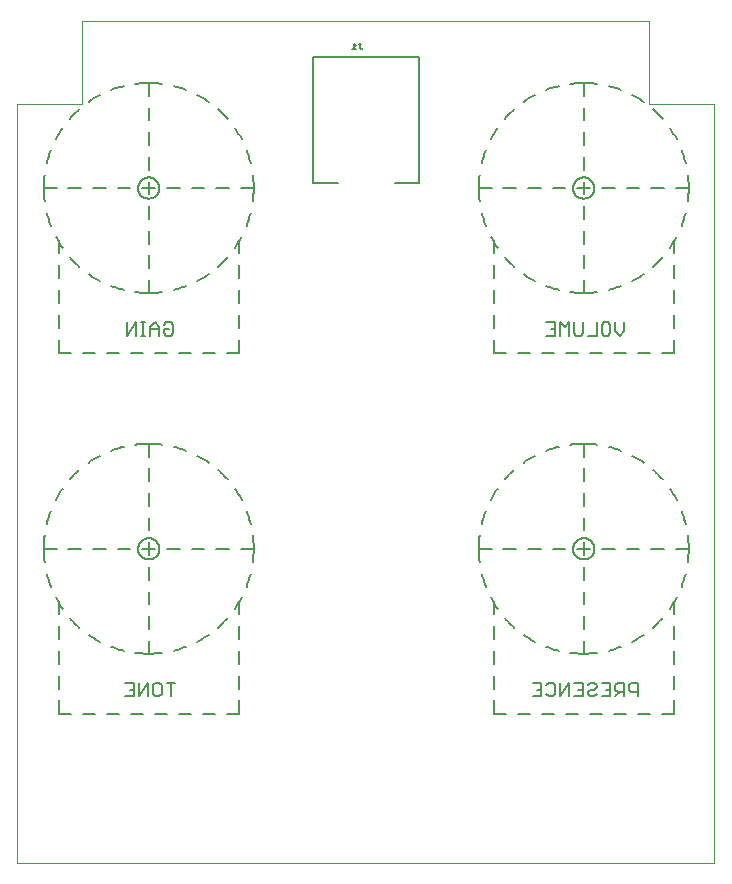
<source format=gbo>
G75*
%MOIN*%
%OFA0B0*%
%FSLAX25Y25*%
%IPPOS*%
%LPD*%
%AMOC8*
5,1,8,0,0,1.08239X$1,22.5*
%
%ADD10C,0.00500*%
%ADD11C,0.00600*%
%ADD12C,0.00800*%
%ADD13C,0.00000*%
D10*
X0019100Y0055413D02*
X0023155Y0055413D01*
X0027092Y0055413D02*
X0031147Y0055413D01*
X0035084Y0055413D02*
X0039139Y0055413D01*
X0043076Y0055413D02*
X0047131Y0055413D01*
X0051069Y0055413D02*
X0055124Y0055413D01*
X0059061Y0055413D02*
X0063116Y0055413D01*
X0067053Y0055413D02*
X0071108Y0055413D01*
X0075045Y0055413D02*
X0079100Y0055413D01*
X0079100Y0059751D01*
X0079100Y0063688D02*
X0079100Y0068026D01*
X0079100Y0071963D02*
X0079100Y0076300D01*
X0079100Y0080237D02*
X0079100Y0084575D01*
X0079100Y0088512D02*
X0079100Y0092850D01*
X0079822Y0110350D02*
X0084100Y0110350D01*
X0075885Y0110350D02*
X0071607Y0110350D01*
X0067670Y0110350D02*
X0063391Y0110350D01*
X0059454Y0110350D02*
X0055176Y0110350D01*
X0051239Y0110350D02*
X0046961Y0110350D01*
X0015107Y0118685D02*
X0015293Y0119408D01*
X0015493Y0120127D01*
X0015710Y0120842D01*
X0015941Y0121552D01*
X0016187Y0122257D01*
X0016449Y0122956D01*
X0018378Y0110350D02*
X0014100Y0110350D01*
X0022315Y0110350D02*
X0026593Y0110350D01*
X0030530Y0110350D02*
X0034809Y0110350D01*
X0038746Y0110350D02*
X0043024Y0110350D01*
X0022819Y0133465D02*
X0023318Y0134021D01*
X0023829Y0134565D01*
X0024351Y0135099D01*
X0024885Y0135621D01*
X0025429Y0136132D01*
X0025985Y0136631D01*
X0049100Y0137135D02*
X0049100Y0132857D01*
X0049100Y0128920D02*
X0049100Y0124641D01*
X0049100Y0120704D02*
X0049100Y0116426D01*
X0049100Y0112489D02*
X0049100Y0108211D01*
X0040764Y0076357D02*
X0040041Y0076543D01*
X0039322Y0076744D01*
X0038608Y0076960D01*
X0037898Y0077191D01*
X0037193Y0077438D01*
X0036494Y0077699D01*
X0049100Y0079628D02*
X0049100Y0075350D01*
X0049100Y0083565D02*
X0049100Y0087843D01*
X0049100Y0091780D02*
X0049100Y0096059D01*
X0049100Y0099996D02*
X0049100Y0104274D01*
X0057436Y0076357D02*
X0058159Y0076543D01*
X0058878Y0076744D01*
X0059592Y0076960D01*
X0060302Y0077191D01*
X0061007Y0077438D01*
X0061706Y0077699D01*
X0020391Y0090331D02*
X0019970Y0090948D01*
X0019563Y0091573D01*
X0019169Y0092207D01*
X0018789Y0092850D01*
X0018423Y0093500D01*
X0018070Y0094159D01*
X0019100Y0092850D02*
X0019100Y0088512D01*
X0019100Y0084575D02*
X0019100Y0080237D01*
X0019100Y0076300D02*
X0019100Y0071963D01*
X0019100Y0068026D02*
X0019100Y0063688D01*
X0019100Y0059751D02*
X0019100Y0055413D01*
X0077809Y0090331D02*
X0078230Y0090948D01*
X0078637Y0091573D01*
X0079031Y0092207D01*
X0079411Y0092850D01*
X0079777Y0093500D01*
X0080130Y0094159D01*
X0083093Y0118685D02*
X0082907Y0119408D01*
X0082707Y0120127D01*
X0082490Y0120842D01*
X0082259Y0121552D01*
X0082013Y0122257D01*
X0081751Y0122956D01*
X0075381Y0133465D02*
X0074882Y0134021D01*
X0074371Y0134565D01*
X0073849Y0135099D01*
X0073315Y0135621D01*
X0072771Y0136132D01*
X0072215Y0136631D01*
X0049100Y0141072D02*
X0049100Y0145350D01*
X0047131Y0175663D02*
X0043076Y0175663D01*
X0039139Y0175663D02*
X0035084Y0175663D01*
X0031147Y0175663D02*
X0027092Y0175663D01*
X0023155Y0175663D02*
X0019100Y0175663D01*
X0019100Y0180001D01*
X0019100Y0183938D02*
X0019100Y0188276D01*
X0019100Y0192213D02*
X0019100Y0196550D01*
X0019100Y0200487D02*
X0019100Y0204825D01*
X0019100Y0208762D02*
X0019100Y0213100D01*
X0018378Y0230600D02*
X0014100Y0230600D01*
X0022315Y0230600D02*
X0026593Y0230600D01*
X0030530Y0230600D02*
X0034809Y0230600D01*
X0038746Y0230600D02*
X0043024Y0230600D01*
X0046961Y0230600D02*
X0051239Y0230600D01*
X0083093Y0238935D02*
X0082907Y0239658D01*
X0082707Y0240377D01*
X0082490Y0241092D01*
X0082259Y0241802D01*
X0082013Y0242507D01*
X0081751Y0243206D01*
X0079822Y0230600D02*
X0084100Y0230600D01*
X0075885Y0230600D02*
X0071607Y0230600D01*
X0067670Y0230600D02*
X0063391Y0230600D01*
X0059454Y0230600D02*
X0055176Y0230600D01*
X0075381Y0253715D02*
X0074882Y0254271D01*
X0074371Y0254815D01*
X0073849Y0255349D01*
X0073315Y0255871D01*
X0072771Y0256382D01*
X0072215Y0256881D01*
X0049100Y0257385D02*
X0049100Y0253107D01*
X0049100Y0249170D02*
X0049100Y0244891D01*
X0049100Y0240954D02*
X0049100Y0236676D01*
X0049100Y0232739D02*
X0049100Y0228461D01*
X0040764Y0196607D02*
X0040041Y0196793D01*
X0039322Y0196994D01*
X0038608Y0197210D01*
X0037898Y0197441D01*
X0037193Y0197688D01*
X0036494Y0197949D01*
X0049100Y0199878D02*
X0049100Y0195600D01*
X0049100Y0203815D02*
X0049100Y0208093D01*
X0049100Y0212030D02*
X0049100Y0216309D01*
X0049100Y0220246D02*
X0049100Y0224524D01*
X0057436Y0196607D02*
X0058159Y0196793D01*
X0058878Y0196994D01*
X0059592Y0197210D01*
X0060302Y0197441D01*
X0061007Y0197688D01*
X0061706Y0197949D01*
X0079100Y0196550D02*
X0079100Y0192213D01*
X0079100Y0188276D02*
X0079100Y0183938D01*
X0079100Y0180001D02*
X0079100Y0175663D01*
X0075045Y0175663D01*
X0071108Y0175663D02*
X0067053Y0175663D01*
X0063116Y0175663D02*
X0059061Y0175663D01*
X0055124Y0175663D02*
X0051069Y0175663D01*
X0079100Y0200487D02*
X0079100Y0204825D01*
X0079100Y0208762D02*
X0079100Y0213100D01*
X0080130Y0246791D02*
X0079777Y0247449D01*
X0079411Y0248100D01*
X0079031Y0248742D01*
X0078637Y0249377D01*
X0078230Y0250002D01*
X0077809Y0250619D01*
X0049100Y0261322D02*
X0049100Y0265600D01*
X0057435Y0264593D02*
X0058158Y0264407D01*
X0058877Y0264207D01*
X0059592Y0263990D01*
X0060302Y0263759D01*
X0061007Y0263513D01*
X0061706Y0263251D01*
X0083814Y0235067D02*
X0083901Y0234325D01*
X0083973Y0233582D01*
X0084028Y0232838D01*
X0084068Y0232092D01*
X0084092Y0231346D01*
X0084100Y0230600D01*
X0053567Y0265314D02*
X0052825Y0265401D01*
X0052082Y0265473D01*
X0051338Y0265528D01*
X0050592Y0265568D01*
X0049846Y0265592D01*
X0049100Y0265600D01*
X0040765Y0264593D02*
X0040042Y0264407D01*
X0039323Y0264207D01*
X0038608Y0263990D01*
X0037898Y0263759D01*
X0037193Y0263513D01*
X0036494Y0263251D01*
X0025985Y0256881D02*
X0025429Y0256382D01*
X0024885Y0255871D01*
X0024351Y0255349D01*
X0023829Y0254815D01*
X0023318Y0254271D01*
X0022819Y0253715D01*
X0016449Y0243206D02*
X0016187Y0242507D01*
X0015941Y0241802D01*
X0015710Y0241092D01*
X0015493Y0240377D01*
X0015293Y0239658D01*
X0015107Y0238935D01*
X0044633Y0265314D02*
X0045375Y0265401D01*
X0046118Y0265473D01*
X0046862Y0265528D01*
X0047608Y0265568D01*
X0048354Y0265592D01*
X0049100Y0265600D01*
X0065291Y0261630D02*
X0065949Y0261277D01*
X0066600Y0260911D01*
X0067242Y0260531D01*
X0067877Y0260137D01*
X0068502Y0259730D01*
X0069119Y0259309D01*
X0032909Y0261630D02*
X0032251Y0261277D01*
X0031600Y0260911D01*
X0030958Y0260531D01*
X0030323Y0260137D01*
X0029698Y0259730D01*
X0029081Y0259309D01*
X0014386Y0235067D02*
X0014299Y0234325D01*
X0014227Y0233582D01*
X0014172Y0232838D01*
X0014132Y0232092D01*
X0014108Y0231346D01*
X0014100Y0230600D01*
X0018070Y0246791D02*
X0018423Y0247449D01*
X0018789Y0248100D01*
X0019169Y0248742D01*
X0019563Y0249377D01*
X0019970Y0250002D01*
X0020391Y0250619D01*
X0015107Y0222264D02*
X0015293Y0221541D01*
X0015494Y0220822D01*
X0015710Y0220108D01*
X0015941Y0219398D01*
X0016188Y0218693D01*
X0016449Y0217994D01*
X0077809Y0210581D02*
X0078230Y0211198D01*
X0078637Y0211823D01*
X0079031Y0212457D01*
X0079411Y0213100D01*
X0079777Y0213750D01*
X0080130Y0214409D01*
X0020391Y0210581D02*
X0019970Y0211198D01*
X0019563Y0211823D01*
X0019169Y0212457D01*
X0018789Y0213100D01*
X0018423Y0213750D01*
X0018070Y0214409D01*
X0049100Y0195600D02*
X0049847Y0195608D01*
X0050593Y0195632D01*
X0051338Y0195672D01*
X0052083Y0195727D01*
X0052826Y0195799D01*
X0053567Y0195886D01*
X0025985Y0204319D02*
X0025429Y0204818D01*
X0024885Y0205329D01*
X0024351Y0205851D01*
X0023829Y0206385D01*
X0023318Y0206929D01*
X0022819Y0207485D01*
X0072215Y0204319D02*
X0072771Y0204818D01*
X0073315Y0205329D01*
X0073849Y0205851D01*
X0074371Y0206385D01*
X0074882Y0206929D01*
X0075381Y0207485D01*
X0049100Y0195600D02*
X0048353Y0195608D01*
X0047607Y0195632D01*
X0046862Y0195672D01*
X0046117Y0195727D01*
X0045374Y0195799D01*
X0044633Y0195886D01*
X0045565Y0230600D02*
X0045567Y0230719D01*
X0045573Y0230837D01*
X0045583Y0230956D01*
X0045597Y0231074D01*
X0045615Y0231191D01*
X0045637Y0231308D01*
X0045662Y0231424D01*
X0045692Y0231539D01*
X0045725Y0231653D01*
X0045763Y0231766D01*
X0045804Y0231877D01*
X0045848Y0231987D01*
X0045897Y0232095D01*
X0045949Y0232202D01*
X0046005Y0232307D01*
X0046064Y0232410D01*
X0046126Y0232511D01*
X0046192Y0232610D01*
X0046261Y0232707D01*
X0046334Y0232801D01*
X0046409Y0232892D01*
X0046488Y0232982D01*
X0046569Y0233068D01*
X0046653Y0233152D01*
X0046741Y0233232D01*
X0046830Y0233310D01*
X0046923Y0233385D01*
X0047017Y0233456D01*
X0047115Y0233525D01*
X0047214Y0233590D01*
X0047315Y0233651D01*
X0047419Y0233710D01*
X0047524Y0233764D01*
X0047632Y0233816D01*
X0047740Y0233863D01*
X0047851Y0233907D01*
X0047963Y0233947D01*
X0048076Y0233983D01*
X0048190Y0234016D01*
X0048305Y0234044D01*
X0048421Y0234069D01*
X0048538Y0234090D01*
X0048656Y0234107D01*
X0048774Y0234120D01*
X0048892Y0234129D01*
X0049011Y0234134D01*
X0049130Y0234135D01*
X0049248Y0234132D01*
X0049367Y0234125D01*
X0049485Y0234114D01*
X0049603Y0234099D01*
X0049720Y0234080D01*
X0049837Y0234057D01*
X0049953Y0234031D01*
X0050067Y0234000D01*
X0050181Y0233966D01*
X0050294Y0233927D01*
X0050405Y0233885D01*
X0050514Y0233840D01*
X0050622Y0233790D01*
X0050729Y0233737D01*
X0050833Y0233681D01*
X0050936Y0233621D01*
X0051036Y0233558D01*
X0051134Y0233491D01*
X0051230Y0233421D01*
X0051324Y0233348D01*
X0051415Y0233272D01*
X0051503Y0233192D01*
X0051589Y0233110D01*
X0051672Y0233025D01*
X0051752Y0232937D01*
X0051829Y0232847D01*
X0051903Y0232754D01*
X0051974Y0232659D01*
X0052041Y0232561D01*
X0052106Y0232461D01*
X0052166Y0232359D01*
X0052224Y0232255D01*
X0052278Y0232149D01*
X0052328Y0232041D01*
X0052374Y0231932D01*
X0052417Y0231821D01*
X0052456Y0231709D01*
X0052492Y0231596D01*
X0052523Y0231481D01*
X0052551Y0231366D01*
X0052575Y0231250D01*
X0052595Y0231132D01*
X0052611Y0231015D01*
X0052623Y0230897D01*
X0052631Y0230778D01*
X0052635Y0230659D01*
X0052635Y0230541D01*
X0052631Y0230422D01*
X0052623Y0230303D01*
X0052611Y0230185D01*
X0052595Y0230068D01*
X0052575Y0229950D01*
X0052551Y0229834D01*
X0052523Y0229719D01*
X0052492Y0229604D01*
X0052456Y0229491D01*
X0052417Y0229379D01*
X0052374Y0229268D01*
X0052328Y0229159D01*
X0052278Y0229051D01*
X0052224Y0228945D01*
X0052166Y0228841D01*
X0052106Y0228739D01*
X0052041Y0228639D01*
X0051974Y0228541D01*
X0051903Y0228446D01*
X0051829Y0228353D01*
X0051752Y0228263D01*
X0051672Y0228175D01*
X0051589Y0228090D01*
X0051503Y0228008D01*
X0051415Y0227928D01*
X0051324Y0227852D01*
X0051230Y0227779D01*
X0051134Y0227709D01*
X0051036Y0227642D01*
X0050936Y0227579D01*
X0050833Y0227519D01*
X0050729Y0227463D01*
X0050622Y0227410D01*
X0050514Y0227360D01*
X0050405Y0227315D01*
X0050294Y0227273D01*
X0050181Y0227234D01*
X0050067Y0227200D01*
X0049953Y0227169D01*
X0049837Y0227143D01*
X0049720Y0227120D01*
X0049603Y0227101D01*
X0049485Y0227086D01*
X0049367Y0227075D01*
X0049248Y0227068D01*
X0049130Y0227065D01*
X0049011Y0227066D01*
X0048892Y0227071D01*
X0048774Y0227080D01*
X0048656Y0227093D01*
X0048538Y0227110D01*
X0048421Y0227131D01*
X0048305Y0227156D01*
X0048190Y0227184D01*
X0048076Y0227217D01*
X0047963Y0227253D01*
X0047851Y0227293D01*
X0047740Y0227337D01*
X0047632Y0227384D01*
X0047524Y0227436D01*
X0047419Y0227490D01*
X0047315Y0227549D01*
X0047214Y0227610D01*
X0047115Y0227675D01*
X0047017Y0227744D01*
X0046923Y0227815D01*
X0046830Y0227890D01*
X0046741Y0227968D01*
X0046653Y0228048D01*
X0046569Y0228132D01*
X0046488Y0228218D01*
X0046409Y0228308D01*
X0046334Y0228399D01*
X0046261Y0228493D01*
X0046192Y0228590D01*
X0046126Y0228689D01*
X0046064Y0228790D01*
X0046005Y0228893D01*
X0045949Y0228998D01*
X0045897Y0229105D01*
X0045848Y0229213D01*
X0045804Y0229323D01*
X0045763Y0229434D01*
X0045725Y0229547D01*
X0045692Y0229661D01*
X0045662Y0229776D01*
X0045637Y0229892D01*
X0045615Y0230009D01*
X0045597Y0230126D01*
X0045583Y0230244D01*
X0045573Y0230363D01*
X0045567Y0230481D01*
X0045565Y0230600D01*
X0083814Y0226133D02*
X0083901Y0226874D01*
X0083973Y0227617D01*
X0084028Y0228362D01*
X0084068Y0229107D01*
X0084092Y0229853D01*
X0084100Y0230600D01*
X0014386Y0226133D02*
X0014299Y0226874D01*
X0014227Y0227617D01*
X0014172Y0228362D01*
X0014132Y0229107D01*
X0014108Y0229853D01*
X0014100Y0230600D01*
X0065291Y0199570D02*
X0065950Y0199923D01*
X0066600Y0200289D01*
X0067243Y0200669D01*
X0067877Y0201063D01*
X0068502Y0201470D01*
X0069119Y0201891D01*
X0032909Y0199570D02*
X0032250Y0199923D01*
X0031600Y0200289D01*
X0030957Y0200669D01*
X0030323Y0201063D01*
X0029698Y0201470D01*
X0029081Y0201891D01*
X0081751Y0217994D02*
X0082012Y0218693D01*
X0082259Y0219398D01*
X0082490Y0220108D01*
X0082706Y0220822D01*
X0082907Y0221541D01*
X0083093Y0222264D01*
X0116892Y0276775D02*
X0118160Y0276775D01*
X0117526Y0276775D02*
X0117526Y0278677D01*
X0118160Y0278043D01*
X0119102Y0278677D02*
X0119736Y0278677D01*
X0119419Y0278677D02*
X0119419Y0277092D01*
X0119736Y0276775D01*
X0120053Y0276775D01*
X0120370Y0277092D01*
X0159100Y0230600D02*
X0163378Y0230600D01*
X0167315Y0230600D02*
X0171593Y0230600D01*
X0175530Y0230600D02*
X0179809Y0230600D01*
X0183746Y0230600D02*
X0188024Y0230600D01*
X0191961Y0230600D02*
X0196239Y0230600D01*
X0228093Y0238935D02*
X0227907Y0239658D01*
X0227707Y0240377D01*
X0227490Y0241092D01*
X0227259Y0241802D01*
X0227013Y0242507D01*
X0226751Y0243206D01*
X0224822Y0230600D02*
X0229100Y0230600D01*
X0220885Y0230600D02*
X0216607Y0230600D01*
X0212670Y0230600D02*
X0208391Y0230600D01*
X0204454Y0230600D02*
X0200176Y0230600D01*
X0220381Y0253715D02*
X0219882Y0254271D01*
X0219371Y0254815D01*
X0218849Y0255349D01*
X0218315Y0255871D01*
X0217771Y0256382D01*
X0217215Y0256881D01*
X0194100Y0257385D02*
X0194100Y0253107D01*
X0194100Y0249170D02*
X0194100Y0244891D01*
X0194100Y0240954D02*
X0194100Y0236676D01*
X0194100Y0232739D02*
X0194100Y0228461D01*
X0185764Y0196607D02*
X0185041Y0196793D01*
X0184322Y0196994D01*
X0183608Y0197210D01*
X0182898Y0197441D01*
X0182193Y0197688D01*
X0181494Y0197949D01*
X0194100Y0199878D02*
X0194100Y0195600D01*
X0194100Y0203815D02*
X0194100Y0208093D01*
X0194100Y0212030D02*
X0194100Y0216309D01*
X0194100Y0220246D02*
X0194100Y0224524D01*
X0202436Y0196607D02*
X0203159Y0196793D01*
X0203878Y0196994D01*
X0204592Y0197210D01*
X0205302Y0197441D01*
X0206007Y0197688D01*
X0206706Y0197949D01*
X0224100Y0196550D02*
X0224100Y0192213D01*
X0224100Y0188276D02*
X0224100Y0183938D01*
X0224100Y0180001D02*
X0224100Y0175663D01*
X0220045Y0175663D01*
X0216108Y0175663D02*
X0212053Y0175663D01*
X0208116Y0175663D02*
X0204061Y0175663D01*
X0200124Y0175663D02*
X0196069Y0175663D01*
X0192131Y0175663D02*
X0188076Y0175663D01*
X0184139Y0175663D02*
X0180084Y0175663D01*
X0176147Y0175663D02*
X0172092Y0175663D01*
X0168155Y0175663D02*
X0164100Y0175663D01*
X0164100Y0180001D01*
X0164100Y0183938D02*
X0164100Y0188276D01*
X0164100Y0192213D02*
X0164100Y0196550D01*
X0164100Y0200487D02*
X0164100Y0204825D01*
X0164100Y0208762D02*
X0164100Y0213100D01*
X0160107Y0238935D02*
X0160293Y0239658D01*
X0160493Y0240377D01*
X0160710Y0241092D01*
X0160941Y0241802D01*
X0161187Y0242507D01*
X0161449Y0243206D01*
X0167819Y0253715D02*
X0168318Y0254271D01*
X0168829Y0254815D01*
X0169351Y0255349D01*
X0169885Y0255871D01*
X0170429Y0256382D01*
X0170985Y0256881D01*
X0194100Y0261322D02*
X0194100Y0265600D01*
X0202435Y0264593D02*
X0203158Y0264407D01*
X0203877Y0264207D01*
X0204592Y0263990D01*
X0205302Y0263759D01*
X0206007Y0263513D01*
X0206706Y0263251D01*
X0228814Y0235067D02*
X0228901Y0234325D01*
X0228973Y0233582D01*
X0229028Y0232838D01*
X0229068Y0232092D01*
X0229092Y0231346D01*
X0229100Y0230600D01*
X0224100Y0213100D02*
X0224100Y0208762D01*
X0224100Y0204825D02*
X0224100Y0200487D01*
X0165391Y0210581D02*
X0164970Y0211198D01*
X0164563Y0211823D01*
X0164169Y0212457D01*
X0163789Y0213100D01*
X0163423Y0213750D01*
X0163070Y0214409D01*
X0163070Y0246791D02*
X0163423Y0247449D01*
X0163789Y0248100D01*
X0164169Y0248742D01*
X0164563Y0249377D01*
X0164970Y0250002D01*
X0165391Y0250619D01*
X0181494Y0263251D02*
X0182193Y0263513D01*
X0182898Y0263759D01*
X0183608Y0263990D01*
X0184323Y0264207D01*
X0185042Y0264407D01*
X0185765Y0264593D01*
X0159386Y0235067D02*
X0159299Y0234325D01*
X0159227Y0233582D01*
X0159172Y0232838D01*
X0159132Y0232092D01*
X0159108Y0231346D01*
X0159100Y0230600D01*
X0189633Y0265314D02*
X0190375Y0265401D01*
X0191118Y0265473D01*
X0191862Y0265528D01*
X0192608Y0265568D01*
X0193354Y0265592D01*
X0194100Y0265600D01*
X0210291Y0261630D02*
X0210949Y0261277D01*
X0211600Y0260911D01*
X0212242Y0260531D01*
X0212877Y0260137D01*
X0213502Y0259730D01*
X0214119Y0259309D01*
X0198567Y0265314D02*
X0197825Y0265401D01*
X0197082Y0265473D01*
X0196338Y0265528D01*
X0195592Y0265568D01*
X0194846Y0265592D01*
X0194100Y0265600D01*
X0177909Y0261630D02*
X0177251Y0261277D01*
X0176600Y0260911D01*
X0175958Y0260531D01*
X0175323Y0260137D01*
X0174698Y0259730D01*
X0174081Y0259309D01*
X0222809Y0250619D02*
X0223230Y0250002D01*
X0223637Y0249377D01*
X0224031Y0248742D01*
X0224411Y0248100D01*
X0224777Y0247449D01*
X0225130Y0246791D01*
X0159100Y0230600D02*
X0159108Y0229853D01*
X0159132Y0229107D01*
X0159172Y0228362D01*
X0159227Y0227617D01*
X0159299Y0226874D01*
X0159386Y0226133D01*
X0194100Y0195600D02*
X0194847Y0195608D01*
X0195593Y0195632D01*
X0196338Y0195672D01*
X0197083Y0195727D01*
X0197826Y0195799D01*
X0198567Y0195886D01*
X0170985Y0204319D02*
X0170429Y0204818D01*
X0169885Y0205329D01*
X0169351Y0205851D01*
X0168829Y0206385D01*
X0168318Y0206929D01*
X0167819Y0207485D01*
X0222809Y0210581D02*
X0223230Y0211198D01*
X0223637Y0211823D01*
X0224031Y0212457D01*
X0224411Y0213100D01*
X0224777Y0213750D01*
X0225130Y0214409D01*
X0194100Y0195600D02*
X0193353Y0195608D01*
X0192607Y0195632D01*
X0191862Y0195672D01*
X0191117Y0195727D01*
X0190374Y0195799D01*
X0189633Y0195886D01*
X0217215Y0204319D02*
X0217771Y0204818D01*
X0218315Y0205329D01*
X0218849Y0205851D01*
X0219371Y0206385D01*
X0219882Y0206929D01*
X0220381Y0207485D01*
X0190565Y0230600D02*
X0190567Y0230719D01*
X0190573Y0230837D01*
X0190583Y0230956D01*
X0190597Y0231074D01*
X0190615Y0231191D01*
X0190637Y0231308D01*
X0190662Y0231424D01*
X0190692Y0231539D01*
X0190725Y0231653D01*
X0190763Y0231766D01*
X0190804Y0231877D01*
X0190848Y0231987D01*
X0190897Y0232095D01*
X0190949Y0232202D01*
X0191005Y0232307D01*
X0191064Y0232410D01*
X0191126Y0232511D01*
X0191192Y0232610D01*
X0191261Y0232707D01*
X0191334Y0232801D01*
X0191409Y0232892D01*
X0191488Y0232982D01*
X0191569Y0233068D01*
X0191653Y0233152D01*
X0191741Y0233232D01*
X0191830Y0233310D01*
X0191923Y0233385D01*
X0192017Y0233456D01*
X0192115Y0233525D01*
X0192214Y0233590D01*
X0192315Y0233651D01*
X0192419Y0233710D01*
X0192524Y0233764D01*
X0192632Y0233816D01*
X0192740Y0233863D01*
X0192851Y0233907D01*
X0192963Y0233947D01*
X0193076Y0233983D01*
X0193190Y0234016D01*
X0193305Y0234044D01*
X0193421Y0234069D01*
X0193538Y0234090D01*
X0193656Y0234107D01*
X0193774Y0234120D01*
X0193892Y0234129D01*
X0194011Y0234134D01*
X0194130Y0234135D01*
X0194248Y0234132D01*
X0194367Y0234125D01*
X0194485Y0234114D01*
X0194603Y0234099D01*
X0194720Y0234080D01*
X0194837Y0234057D01*
X0194953Y0234031D01*
X0195067Y0234000D01*
X0195181Y0233966D01*
X0195294Y0233927D01*
X0195405Y0233885D01*
X0195514Y0233840D01*
X0195622Y0233790D01*
X0195729Y0233737D01*
X0195833Y0233681D01*
X0195936Y0233621D01*
X0196036Y0233558D01*
X0196134Y0233491D01*
X0196230Y0233421D01*
X0196324Y0233348D01*
X0196415Y0233272D01*
X0196503Y0233192D01*
X0196589Y0233110D01*
X0196672Y0233025D01*
X0196752Y0232937D01*
X0196829Y0232847D01*
X0196903Y0232754D01*
X0196974Y0232659D01*
X0197041Y0232561D01*
X0197106Y0232461D01*
X0197166Y0232359D01*
X0197224Y0232255D01*
X0197278Y0232149D01*
X0197328Y0232041D01*
X0197374Y0231932D01*
X0197417Y0231821D01*
X0197456Y0231709D01*
X0197492Y0231596D01*
X0197523Y0231481D01*
X0197551Y0231366D01*
X0197575Y0231250D01*
X0197595Y0231132D01*
X0197611Y0231015D01*
X0197623Y0230897D01*
X0197631Y0230778D01*
X0197635Y0230659D01*
X0197635Y0230541D01*
X0197631Y0230422D01*
X0197623Y0230303D01*
X0197611Y0230185D01*
X0197595Y0230068D01*
X0197575Y0229950D01*
X0197551Y0229834D01*
X0197523Y0229719D01*
X0197492Y0229604D01*
X0197456Y0229491D01*
X0197417Y0229379D01*
X0197374Y0229268D01*
X0197328Y0229159D01*
X0197278Y0229051D01*
X0197224Y0228945D01*
X0197166Y0228841D01*
X0197106Y0228739D01*
X0197041Y0228639D01*
X0196974Y0228541D01*
X0196903Y0228446D01*
X0196829Y0228353D01*
X0196752Y0228263D01*
X0196672Y0228175D01*
X0196589Y0228090D01*
X0196503Y0228008D01*
X0196415Y0227928D01*
X0196324Y0227852D01*
X0196230Y0227779D01*
X0196134Y0227709D01*
X0196036Y0227642D01*
X0195936Y0227579D01*
X0195833Y0227519D01*
X0195729Y0227463D01*
X0195622Y0227410D01*
X0195514Y0227360D01*
X0195405Y0227315D01*
X0195294Y0227273D01*
X0195181Y0227234D01*
X0195067Y0227200D01*
X0194953Y0227169D01*
X0194837Y0227143D01*
X0194720Y0227120D01*
X0194603Y0227101D01*
X0194485Y0227086D01*
X0194367Y0227075D01*
X0194248Y0227068D01*
X0194130Y0227065D01*
X0194011Y0227066D01*
X0193892Y0227071D01*
X0193774Y0227080D01*
X0193656Y0227093D01*
X0193538Y0227110D01*
X0193421Y0227131D01*
X0193305Y0227156D01*
X0193190Y0227184D01*
X0193076Y0227217D01*
X0192963Y0227253D01*
X0192851Y0227293D01*
X0192740Y0227337D01*
X0192632Y0227384D01*
X0192524Y0227436D01*
X0192419Y0227490D01*
X0192315Y0227549D01*
X0192214Y0227610D01*
X0192115Y0227675D01*
X0192017Y0227744D01*
X0191923Y0227815D01*
X0191830Y0227890D01*
X0191741Y0227968D01*
X0191653Y0228048D01*
X0191569Y0228132D01*
X0191488Y0228218D01*
X0191409Y0228308D01*
X0191334Y0228399D01*
X0191261Y0228493D01*
X0191192Y0228590D01*
X0191126Y0228689D01*
X0191064Y0228790D01*
X0191005Y0228893D01*
X0190949Y0228998D01*
X0190897Y0229105D01*
X0190848Y0229213D01*
X0190804Y0229323D01*
X0190763Y0229434D01*
X0190725Y0229547D01*
X0190692Y0229661D01*
X0190662Y0229776D01*
X0190637Y0229892D01*
X0190615Y0230009D01*
X0190597Y0230126D01*
X0190583Y0230244D01*
X0190573Y0230363D01*
X0190567Y0230481D01*
X0190565Y0230600D01*
X0160107Y0222264D02*
X0160293Y0221541D01*
X0160494Y0220822D01*
X0160710Y0220108D01*
X0160941Y0219398D01*
X0161188Y0218693D01*
X0161449Y0217994D01*
X0228814Y0226133D02*
X0228901Y0226874D01*
X0228973Y0227617D01*
X0229028Y0228362D01*
X0229068Y0229107D01*
X0229092Y0229853D01*
X0229100Y0230600D01*
X0228093Y0222264D02*
X0227907Y0221541D01*
X0227706Y0220822D01*
X0227490Y0220108D01*
X0227259Y0219398D01*
X0227012Y0218693D01*
X0226751Y0217994D01*
X0177909Y0199570D02*
X0177250Y0199923D01*
X0176600Y0200289D01*
X0175957Y0200669D01*
X0175323Y0201063D01*
X0174698Y0201470D01*
X0174081Y0201891D01*
X0210291Y0199570D02*
X0210950Y0199923D01*
X0211600Y0200289D01*
X0212243Y0200669D01*
X0212877Y0201063D01*
X0213502Y0201470D01*
X0214119Y0201891D01*
X0194100Y0145350D02*
X0194100Y0141072D01*
X0194100Y0137135D02*
X0194100Y0132857D01*
X0194100Y0128920D02*
X0194100Y0124641D01*
X0194100Y0120704D02*
X0194100Y0116426D01*
X0194100Y0112489D02*
X0194100Y0108211D01*
X0185764Y0076357D02*
X0185041Y0076543D01*
X0184322Y0076744D01*
X0183608Y0076960D01*
X0182898Y0077191D01*
X0182193Y0077438D01*
X0181494Y0077699D01*
X0194100Y0079628D02*
X0194100Y0075350D01*
X0194100Y0083565D02*
X0194100Y0087843D01*
X0194100Y0091780D02*
X0194100Y0096059D01*
X0194100Y0099996D02*
X0194100Y0104274D01*
X0202436Y0076357D02*
X0203159Y0076543D01*
X0203878Y0076744D01*
X0204592Y0076960D01*
X0205302Y0077191D01*
X0206007Y0077438D01*
X0206706Y0077699D01*
X0224100Y0076300D02*
X0224100Y0071963D01*
X0224100Y0068026D02*
X0224100Y0063688D01*
X0224100Y0059751D02*
X0224100Y0055413D01*
X0220045Y0055413D01*
X0216108Y0055413D02*
X0212053Y0055413D01*
X0208116Y0055413D02*
X0204061Y0055413D01*
X0200124Y0055413D02*
X0196069Y0055413D01*
X0192131Y0055413D02*
X0188076Y0055413D01*
X0184139Y0055413D02*
X0180084Y0055413D01*
X0176147Y0055413D02*
X0172092Y0055413D01*
X0168155Y0055413D02*
X0164100Y0055413D01*
X0164100Y0059751D01*
X0164100Y0063688D02*
X0164100Y0068026D01*
X0164100Y0071963D02*
X0164100Y0076300D01*
X0164100Y0080237D02*
X0164100Y0084575D01*
X0164100Y0088512D02*
X0164100Y0092850D01*
X0163378Y0110350D02*
X0159100Y0110350D01*
X0167315Y0110350D02*
X0171593Y0110350D01*
X0175530Y0110350D02*
X0179809Y0110350D01*
X0183746Y0110350D02*
X0188024Y0110350D01*
X0191961Y0110350D02*
X0196239Y0110350D01*
X0228093Y0118685D02*
X0227907Y0119408D01*
X0227707Y0120127D01*
X0227490Y0120842D01*
X0227259Y0121552D01*
X0227013Y0122257D01*
X0226751Y0122956D01*
X0224822Y0110350D02*
X0229100Y0110350D01*
X0220885Y0110350D02*
X0216607Y0110350D01*
X0212670Y0110350D02*
X0208391Y0110350D01*
X0204454Y0110350D02*
X0200176Y0110350D01*
X0220381Y0133465D02*
X0219882Y0134021D01*
X0219371Y0134565D01*
X0218849Y0135099D01*
X0218315Y0135621D01*
X0217771Y0136132D01*
X0217215Y0136631D01*
X0206706Y0143001D02*
X0206007Y0143263D01*
X0205302Y0143509D01*
X0204592Y0143740D01*
X0203877Y0143957D01*
X0203158Y0144157D01*
X0202435Y0144343D01*
X0228814Y0114817D02*
X0228901Y0114075D01*
X0228973Y0113332D01*
X0229028Y0112588D01*
X0229068Y0111842D01*
X0229092Y0111096D01*
X0229100Y0110350D01*
X0224100Y0092850D02*
X0224100Y0088512D01*
X0224100Y0084575D02*
X0224100Y0080237D01*
X0165391Y0090331D02*
X0164970Y0090948D01*
X0164563Y0091573D01*
X0164169Y0092207D01*
X0163789Y0092850D01*
X0163423Y0093500D01*
X0163070Y0094159D01*
X0160107Y0118685D02*
X0160293Y0119408D01*
X0160493Y0120127D01*
X0160710Y0120842D01*
X0160941Y0121552D01*
X0161187Y0122257D01*
X0161449Y0122956D01*
X0167819Y0133465D02*
X0168318Y0134021D01*
X0168829Y0134565D01*
X0169351Y0135099D01*
X0169885Y0135621D01*
X0170429Y0136132D01*
X0170985Y0136631D01*
X0181494Y0143001D02*
X0182193Y0143263D01*
X0182898Y0143509D01*
X0183608Y0143740D01*
X0184323Y0143957D01*
X0185042Y0144157D01*
X0185765Y0144343D01*
X0159386Y0114817D02*
X0159299Y0114075D01*
X0159227Y0113332D01*
X0159172Y0112588D01*
X0159132Y0111842D01*
X0159108Y0111096D01*
X0159100Y0110350D01*
X0189633Y0145064D02*
X0190375Y0145151D01*
X0191118Y0145223D01*
X0191862Y0145278D01*
X0192608Y0145318D01*
X0193354Y0145342D01*
X0194100Y0145350D01*
X0210291Y0141380D02*
X0210949Y0141027D01*
X0211600Y0140661D01*
X0212242Y0140281D01*
X0212877Y0139887D01*
X0213502Y0139480D01*
X0214119Y0139059D01*
X0198567Y0145064D02*
X0197825Y0145151D01*
X0197082Y0145223D01*
X0196338Y0145278D01*
X0195592Y0145318D01*
X0194846Y0145342D01*
X0194100Y0145350D01*
X0177909Y0141380D02*
X0177251Y0141027D01*
X0176600Y0140661D01*
X0175958Y0140281D01*
X0175323Y0139887D01*
X0174698Y0139480D01*
X0174081Y0139059D01*
X0165391Y0130369D02*
X0164970Y0129752D01*
X0164563Y0129127D01*
X0164169Y0128492D01*
X0163789Y0127850D01*
X0163423Y0127199D01*
X0163070Y0126541D01*
X0160107Y0102014D02*
X0160293Y0101291D01*
X0160494Y0100572D01*
X0160710Y0099858D01*
X0160941Y0099148D01*
X0161188Y0098443D01*
X0161449Y0097744D01*
X0222809Y0090331D02*
X0223230Y0090948D01*
X0223637Y0091573D01*
X0224031Y0092207D01*
X0224411Y0092850D01*
X0224777Y0093500D01*
X0225130Y0094159D01*
X0225130Y0126541D02*
X0224777Y0127199D01*
X0224411Y0127850D01*
X0224031Y0128492D01*
X0223637Y0129127D01*
X0223230Y0129752D01*
X0222809Y0130369D01*
X0159100Y0110350D02*
X0159108Y0109603D01*
X0159132Y0108857D01*
X0159172Y0108112D01*
X0159227Y0107367D01*
X0159299Y0106624D01*
X0159386Y0105883D01*
X0194100Y0075350D02*
X0194847Y0075358D01*
X0195593Y0075382D01*
X0196338Y0075422D01*
X0197083Y0075477D01*
X0197826Y0075549D01*
X0198567Y0075636D01*
X0170985Y0084069D02*
X0170429Y0084568D01*
X0169885Y0085079D01*
X0169351Y0085601D01*
X0168829Y0086135D01*
X0168318Y0086679D01*
X0167819Y0087235D01*
X0217215Y0084069D02*
X0217771Y0084568D01*
X0218315Y0085079D01*
X0218849Y0085601D01*
X0219371Y0086135D01*
X0219882Y0086679D01*
X0220381Y0087235D01*
X0194100Y0075350D02*
X0193353Y0075358D01*
X0192607Y0075382D01*
X0191862Y0075422D01*
X0191117Y0075477D01*
X0190374Y0075549D01*
X0189633Y0075636D01*
X0190565Y0110350D02*
X0190567Y0110469D01*
X0190573Y0110587D01*
X0190583Y0110706D01*
X0190597Y0110824D01*
X0190615Y0110941D01*
X0190637Y0111058D01*
X0190662Y0111174D01*
X0190692Y0111289D01*
X0190725Y0111403D01*
X0190763Y0111516D01*
X0190804Y0111627D01*
X0190848Y0111737D01*
X0190897Y0111845D01*
X0190949Y0111952D01*
X0191005Y0112057D01*
X0191064Y0112160D01*
X0191126Y0112261D01*
X0191192Y0112360D01*
X0191261Y0112457D01*
X0191334Y0112551D01*
X0191409Y0112642D01*
X0191488Y0112732D01*
X0191569Y0112818D01*
X0191653Y0112902D01*
X0191741Y0112982D01*
X0191830Y0113060D01*
X0191923Y0113135D01*
X0192017Y0113206D01*
X0192115Y0113275D01*
X0192214Y0113340D01*
X0192315Y0113401D01*
X0192419Y0113460D01*
X0192524Y0113514D01*
X0192632Y0113566D01*
X0192740Y0113613D01*
X0192851Y0113657D01*
X0192963Y0113697D01*
X0193076Y0113733D01*
X0193190Y0113766D01*
X0193305Y0113794D01*
X0193421Y0113819D01*
X0193538Y0113840D01*
X0193656Y0113857D01*
X0193774Y0113870D01*
X0193892Y0113879D01*
X0194011Y0113884D01*
X0194130Y0113885D01*
X0194248Y0113882D01*
X0194367Y0113875D01*
X0194485Y0113864D01*
X0194603Y0113849D01*
X0194720Y0113830D01*
X0194837Y0113807D01*
X0194953Y0113781D01*
X0195067Y0113750D01*
X0195181Y0113716D01*
X0195294Y0113677D01*
X0195405Y0113635D01*
X0195514Y0113590D01*
X0195622Y0113540D01*
X0195729Y0113487D01*
X0195833Y0113431D01*
X0195936Y0113371D01*
X0196036Y0113308D01*
X0196134Y0113241D01*
X0196230Y0113171D01*
X0196324Y0113098D01*
X0196415Y0113022D01*
X0196503Y0112942D01*
X0196589Y0112860D01*
X0196672Y0112775D01*
X0196752Y0112687D01*
X0196829Y0112597D01*
X0196903Y0112504D01*
X0196974Y0112409D01*
X0197041Y0112311D01*
X0197106Y0112211D01*
X0197166Y0112109D01*
X0197224Y0112005D01*
X0197278Y0111899D01*
X0197328Y0111791D01*
X0197374Y0111682D01*
X0197417Y0111571D01*
X0197456Y0111459D01*
X0197492Y0111346D01*
X0197523Y0111231D01*
X0197551Y0111116D01*
X0197575Y0111000D01*
X0197595Y0110882D01*
X0197611Y0110765D01*
X0197623Y0110647D01*
X0197631Y0110528D01*
X0197635Y0110409D01*
X0197635Y0110291D01*
X0197631Y0110172D01*
X0197623Y0110053D01*
X0197611Y0109935D01*
X0197595Y0109818D01*
X0197575Y0109700D01*
X0197551Y0109584D01*
X0197523Y0109469D01*
X0197492Y0109354D01*
X0197456Y0109241D01*
X0197417Y0109129D01*
X0197374Y0109018D01*
X0197328Y0108909D01*
X0197278Y0108801D01*
X0197224Y0108695D01*
X0197166Y0108591D01*
X0197106Y0108489D01*
X0197041Y0108389D01*
X0196974Y0108291D01*
X0196903Y0108196D01*
X0196829Y0108103D01*
X0196752Y0108013D01*
X0196672Y0107925D01*
X0196589Y0107840D01*
X0196503Y0107758D01*
X0196415Y0107678D01*
X0196324Y0107602D01*
X0196230Y0107529D01*
X0196134Y0107459D01*
X0196036Y0107392D01*
X0195936Y0107329D01*
X0195833Y0107269D01*
X0195729Y0107213D01*
X0195622Y0107160D01*
X0195514Y0107110D01*
X0195405Y0107065D01*
X0195294Y0107023D01*
X0195181Y0106984D01*
X0195067Y0106950D01*
X0194953Y0106919D01*
X0194837Y0106893D01*
X0194720Y0106870D01*
X0194603Y0106851D01*
X0194485Y0106836D01*
X0194367Y0106825D01*
X0194248Y0106818D01*
X0194130Y0106815D01*
X0194011Y0106816D01*
X0193892Y0106821D01*
X0193774Y0106830D01*
X0193656Y0106843D01*
X0193538Y0106860D01*
X0193421Y0106881D01*
X0193305Y0106906D01*
X0193190Y0106934D01*
X0193076Y0106967D01*
X0192963Y0107003D01*
X0192851Y0107043D01*
X0192740Y0107087D01*
X0192632Y0107134D01*
X0192524Y0107186D01*
X0192419Y0107240D01*
X0192315Y0107299D01*
X0192214Y0107360D01*
X0192115Y0107425D01*
X0192017Y0107494D01*
X0191923Y0107565D01*
X0191830Y0107640D01*
X0191741Y0107718D01*
X0191653Y0107798D01*
X0191569Y0107882D01*
X0191488Y0107968D01*
X0191409Y0108058D01*
X0191334Y0108149D01*
X0191261Y0108243D01*
X0191192Y0108340D01*
X0191126Y0108439D01*
X0191064Y0108540D01*
X0191005Y0108643D01*
X0190949Y0108748D01*
X0190897Y0108855D01*
X0190848Y0108963D01*
X0190804Y0109073D01*
X0190763Y0109184D01*
X0190725Y0109297D01*
X0190692Y0109411D01*
X0190662Y0109526D01*
X0190637Y0109642D01*
X0190615Y0109759D01*
X0190597Y0109876D01*
X0190583Y0109994D01*
X0190573Y0110113D01*
X0190567Y0110231D01*
X0190565Y0110350D01*
X0228814Y0105883D02*
X0228901Y0106624D01*
X0228973Y0107367D01*
X0229028Y0108112D01*
X0229068Y0108857D01*
X0229092Y0109603D01*
X0229100Y0110350D01*
X0228093Y0102014D02*
X0227907Y0101291D01*
X0227706Y0100572D01*
X0227490Y0099858D01*
X0227259Y0099148D01*
X0227012Y0098443D01*
X0226751Y0097744D01*
X0177909Y0079320D02*
X0177250Y0079673D01*
X0176600Y0080039D01*
X0175957Y0080419D01*
X0175323Y0080813D01*
X0174698Y0081220D01*
X0174081Y0081641D01*
X0210291Y0079320D02*
X0210950Y0079673D01*
X0211600Y0080039D01*
X0212243Y0080419D01*
X0212877Y0080813D01*
X0213502Y0081220D01*
X0214119Y0081641D01*
X0080130Y0126541D02*
X0079777Y0127199D01*
X0079411Y0127850D01*
X0079031Y0128492D01*
X0078637Y0129127D01*
X0078230Y0129752D01*
X0077809Y0130369D01*
X0061706Y0143001D02*
X0061007Y0143263D01*
X0060302Y0143509D01*
X0059592Y0143740D01*
X0058877Y0143957D01*
X0058158Y0144157D01*
X0057435Y0144343D01*
X0083814Y0114817D02*
X0083901Y0114075D01*
X0083973Y0113332D01*
X0084028Y0112588D01*
X0084068Y0111842D01*
X0084092Y0111096D01*
X0084100Y0110350D01*
X0053567Y0145064D02*
X0052825Y0145151D01*
X0052082Y0145223D01*
X0051338Y0145278D01*
X0050592Y0145318D01*
X0049846Y0145342D01*
X0049100Y0145350D01*
X0040765Y0144343D02*
X0040042Y0144157D01*
X0039323Y0143957D01*
X0038608Y0143740D01*
X0037898Y0143509D01*
X0037193Y0143263D01*
X0036494Y0143001D01*
X0044633Y0145064D02*
X0045375Y0145151D01*
X0046118Y0145223D01*
X0046862Y0145278D01*
X0047608Y0145318D01*
X0048354Y0145342D01*
X0049100Y0145350D01*
X0065291Y0141380D02*
X0065949Y0141027D01*
X0066600Y0140661D01*
X0067242Y0140281D01*
X0067877Y0139887D01*
X0068502Y0139480D01*
X0069119Y0139059D01*
X0032909Y0141380D02*
X0032251Y0141027D01*
X0031600Y0140661D01*
X0030958Y0140281D01*
X0030323Y0139887D01*
X0029698Y0139480D01*
X0029081Y0139059D01*
X0014386Y0114817D02*
X0014299Y0114075D01*
X0014227Y0113332D01*
X0014172Y0112588D01*
X0014132Y0111842D01*
X0014108Y0111096D01*
X0014100Y0110350D01*
X0018070Y0126541D02*
X0018423Y0127199D01*
X0018789Y0127850D01*
X0019169Y0128492D01*
X0019563Y0129127D01*
X0019970Y0129752D01*
X0020391Y0130369D01*
X0015107Y0102014D02*
X0015293Y0101291D01*
X0015494Y0100572D01*
X0015710Y0099858D01*
X0015941Y0099148D01*
X0016188Y0098443D01*
X0016449Y0097744D01*
X0049100Y0075350D02*
X0049847Y0075358D01*
X0050593Y0075382D01*
X0051338Y0075422D01*
X0052083Y0075477D01*
X0052826Y0075549D01*
X0053567Y0075636D01*
X0025985Y0084069D02*
X0025429Y0084568D01*
X0024885Y0085079D01*
X0024351Y0085601D01*
X0023829Y0086135D01*
X0023318Y0086679D01*
X0022819Y0087235D01*
X0072215Y0084069D02*
X0072771Y0084568D01*
X0073315Y0085079D01*
X0073849Y0085601D01*
X0074371Y0086135D01*
X0074882Y0086679D01*
X0075381Y0087235D01*
X0049100Y0075350D02*
X0048353Y0075358D01*
X0047607Y0075382D01*
X0046862Y0075422D01*
X0046117Y0075477D01*
X0045374Y0075549D01*
X0044633Y0075636D01*
X0045565Y0110350D02*
X0045567Y0110469D01*
X0045573Y0110587D01*
X0045583Y0110706D01*
X0045597Y0110824D01*
X0045615Y0110941D01*
X0045637Y0111058D01*
X0045662Y0111174D01*
X0045692Y0111289D01*
X0045725Y0111403D01*
X0045763Y0111516D01*
X0045804Y0111627D01*
X0045848Y0111737D01*
X0045897Y0111845D01*
X0045949Y0111952D01*
X0046005Y0112057D01*
X0046064Y0112160D01*
X0046126Y0112261D01*
X0046192Y0112360D01*
X0046261Y0112457D01*
X0046334Y0112551D01*
X0046409Y0112642D01*
X0046488Y0112732D01*
X0046569Y0112818D01*
X0046653Y0112902D01*
X0046741Y0112982D01*
X0046830Y0113060D01*
X0046923Y0113135D01*
X0047017Y0113206D01*
X0047115Y0113275D01*
X0047214Y0113340D01*
X0047315Y0113401D01*
X0047419Y0113460D01*
X0047524Y0113514D01*
X0047632Y0113566D01*
X0047740Y0113613D01*
X0047851Y0113657D01*
X0047963Y0113697D01*
X0048076Y0113733D01*
X0048190Y0113766D01*
X0048305Y0113794D01*
X0048421Y0113819D01*
X0048538Y0113840D01*
X0048656Y0113857D01*
X0048774Y0113870D01*
X0048892Y0113879D01*
X0049011Y0113884D01*
X0049130Y0113885D01*
X0049248Y0113882D01*
X0049367Y0113875D01*
X0049485Y0113864D01*
X0049603Y0113849D01*
X0049720Y0113830D01*
X0049837Y0113807D01*
X0049953Y0113781D01*
X0050067Y0113750D01*
X0050181Y0113716D01*
X0050294Y0113677D01*
X0050405Y0113635D01*
X0050514Y0113590D01*
X0050622Y0113540D01*
X0050729Y0113487D01*
X0050833Y0113431D01*
X0050936Y0113371D01*
X0051036Y0113308D01*
X0051134Y0113241D01*
X0051230Y0113171D01*
X0051324Y0113098D01*
X0051415Y0113022D01*
X0051503Y0112942D01*
X0051589Y0112860D01*
X0051672Y0112775D01*
X0051752Y0112687D01*
X0051829Y0112597D01*
X0051903Y0112504D01*
X0051974Y0112409D01*
X0052041Y0112311D01*
X0052106Y0112211D01*
X0052166Y0112109D01*
X0052224Y0112005D01*
X0052278Y0111899D01*
X0052328Y0111791D01*
X0052374Y0111682D01*
X0052417Y0111571D01*
X0052456Y0111459D01*
X0052492Y0111346D01*
X0052523Y0111231D01*
X0052551Y0111116D01*
X0052575Y0111000D01*
X0052595Y0110882D01*
X0052611Y0110765D01*
X0052623Y0110647D01*
X0052631Y0110528D01*
X0052635Y0110409D01*
X0052635Y0110291D01*
X0052631Y0110172D01*
X0052623Y0110053D01*
X0052611Y0109935D01*
X0052595Y0109818D01*
X0052575Y0109700D01*
X0052551Y0109584D01*
X0052523Y0109469D01*
X0052492Y0109354D01*
X0052456Y0109241D01*
X0052417Y0109129D01*
X0052374Y0109018D01*
X0052328Y0108909D01*
X0052278Y0108801D01*
X0052224Y0108695D01*
X0052166Y0108591D01*
X0052106Y0108489D01*
X0052041Y0108389D01*
X0051974Y0108291D01*
X0051903Y0108196D01*
X0051829Y0108103D01*
X0051752Y0108013D01*
X0051672Y0107925D01*
X0051589Y0107840D01*
X0051503Y0107758D01*
X0051415Y0107678D01*
X0051324Y0107602D01*
X0051230Y0107529D01*
X0051134Y0107459D01*
X0051036Y0107392D01*
X0050936Y0107329D01*
X0050833Y0107269D01*
X0050729Y0107213D01*
X0050622Y0107160D01*
X0050514Y0107110D01*
X0050405Y0107065D01*
X0050294Y0107023D01*
X0050181Y0106984D01*
X0050067Y0106950D01*
X0049953Y0106919D01*
X0049837Y0106893D01*
X0049720Y0106870D01*
X0049603Y0106851D01*
X0049485Y0106836D01*
X0049367Y0106825D01*
X0049248Y0106818D01*
X0049130Y0106815D01*
X0049011Y0106816D01*
X0048892Y0106821D01*
X0048774Y0106830D01*
X0048656Y0106843D01*
X0048538Y0106860D01*
X0048421Y0106881D01*
X0048305Y0106906D01*
X0048190Y0106934D01*
X0048076Y0106967D01*
X0047963Y0107003D01*
X0047851Y0107043D01*
X0047740Y0107087D01*
X0047632Y0107134D01*
X0047524Y0107186D01*
X0047419Y0107240D01*
X0047315Y0107299D01*
X0047214Y0107360D01*
X0047115Y0107425D01*
X0047017Y0107494D01*
X0046923Y0107565D01*
X0046830Y0107640D01*
X0046741Y0107718D01*
X0046653Y0107798D01*
X0046569Y0107882D01*
X0046488Y0107968D01*
X0046409Y0108058D01*
X0046334Y0108149D01*
X0046261Y0108243D01*
X0046192Y0108340D01*
X0046126Y0108439D01*
X0046064Y0108540D01*
X0046005Y0108643D01*
X0045949Y0108748D01*
X0045897Y0108855D01*
X0045848Y0108963D01*
X0045804Y0109073D01*
X0045763Y0109184D01*
X0045725Y0109297D01*
X0045692Y0109411D01*
X0045662Y0109526D01*
X0045637Y0109642D01*
X0045615Y0109759D01*
X0045597Y0109876D01*
X0045583Y0109994D01*
X0045573Y0110113D01*
X0045567Y0110231D01*
X0045565Y0110350D01*
X0083814Y0105883D02*
X0083901Y0106624D01*
X0083973Y0107367D01*
X0084028Y0108112D01*
X0084068Y0108857D01*
X0084092Y0109603D01*
X0084100Y0110350D01*
X0014386Y0105883D02*
X0014299Y0106624D01*
X0014227Y0107367D01*
X0014172Y0108112D01*
X0014132Y0108857D01*
X0014108Y0109603D01*
X0014100Y0110350D01*
X0065291Y0079320D02*
X0065950Y0079673D01*
X0066600Y0080039D01*
X0067243Y0080419D01*
X0067877Y0080813D01*
X0068502Y0081220D01*
X0069119Y0081641D01*
X0032909Y0079320D02*
X0032250Y0079673D01*
X0031600Y0080039D01*
X0030957Y0080419D01*
X0030323Y0080813D01*
X0029698Y0081220D01*
X0029081Y0081641D01*
X0081751Y0097744D02*
X0082012Y0098443D01*
X0082259Y0099148D01*
X0082490Y0099858D01*
X0082706Y0100572D01*
X0082907Y0101291D01*
X0083093Y0102014D01*
D11*
X0058008Y0065554D02*
X0055072Y0065554D01*
X0056540Y0065554D02*
X0056540Y0061150D01*
X0053404Y0061884D02*
X0053404Y0064820D01*
X0052670Y0065554D01*
X0051202Y0065554D01*
X0050468Y0064820D01*
X0050468Y0061884D01*
X0051202Y0061150D01*
X0052670Y0061150D01*
X0053404Y0061884D01*
X0048800Y0061150D02*
X0048800Y0065554D01*
X0045864Y0061150D01*
X0045864Y0065554D01*
X0044196Y0065554D02*
X0044196Y0061150D01*
X0041260Y0061150D01*
X0042728Y0063352D02*
X0044196Y0063352D01*
X0044196Y0065554D02*
X0041260Y0065554D01*
X0042028Y0181400D02*
X0042028Y0185804D01*
X0044963Y0185804D02*
X0042028Y0181400D01*
X0044963Y0181400D02*
X0044963Y0185804D01*
X0046565Y0185804D02*
X0048033Y0185804D01*
X0047299Y0185804D02*
X0047299Y0181400D01*
X0048033Y0181400D02*
X0046565Y0181400D01*
X0049701Y0181400D02*
X0049701Y0184336D01*
X0051169Y0185804D01*
X0052637Y0184336D01*
X0052637Y0181400D01*
X0054305Y0182134D02*
X0054305Y0183602D01*
X0055773Y0183602D01*
X0057241Y0185070D02*
X0057241Y0182134D01*
X0056507Y0181400D01*
X0055039Y0181400D01*
X0054305Y0182134D01*
X0052637Y0183602D02*
X0049701Y0183602D01*
X0054305Y0185070D02*
X0055039Y0185804D01*
X0056507Y0185804D01*
X0057241Y0185070D01*
X0177052Y0065554D02*
X0179988Y0065554D01*
X0179988Y0061150D01*
X0177052Y0061150D01*
X0178520Y0063352D02*
X0179988Y0063352D01*
X0181656Y0064820D02*
X0182390Y0065554D01*
X0183858Y0065554D01*
X0184592Y0064820D01*
X0184592Y0061884D01*
X0183858Y0061150D01*
X0182390Y0061150D01*
X0181656Y0061884D01*
X0186260Y0061150D02*
X0186260Y0065554D01*
X0189196Y0065554D02*
X0186260Y0061150D01*
X0189196Y0061150D02*
X0189196Y0065554D01*
X0190864Y0065554D02*
X0193800Y0065554D01*
X0193800Y0061150D01*
X0190864Y0061150D01*
X0192332Y0063352D02*
X0193800Y0063352D01*
X0195468Y0062618D02*
X0195468Y0061884D01*
X0196202Y0061150D01*
X0197670Y0061150D01*
X0198404Y0061884D01*
X0197670Y0063352D02*
X0196202Y0063352D01*
X0195468Y0062618D01*
X0195468Y0064820D02*
X0196202Y0065554D01*
X0197670Y0065554D01*
X0198404Y0064820D01*
X0198404Y0064086D01*
X0197670Y0063352D01*
X0200072Y0065554D02*
X0203008Y0065554D01*
X0203008Y0061150D01*
X0200072Y0061150D01*
X0201540Y0063352D02*
X0203008Y0063352D01*
X0204676Y0063352D02*
X0204676Y0064820D01*
X0205410Y0065554D01*
X0207612Y0065554D01*
X0207612Y0061150D01*
X0207612Y0062618D02*
X0205410Y0062618D01*
X0204676Y0063352D01*
X0206144Y0062618D02*
X0204676Y0061150D01*
X0209280Y0063352D02*
X0209280Y0064820D01*
X0210014Y0065554D01*
X0212216Y0065554D01*
X0212216Y0061150D01*
X0212216Y0062618D02*
X0210014Y0062618D01*
X0209280Y0063352D01*
X0206144Y0181400D02*
X0204676Y0182868D01*
X0204676Y0185804D01*
X0203008Y0185070D02*
X0203008Y0182134D01*
X0202274Y0181400D01*
X0200806Y0181400D01*
X0200072Y0182134D01*
X0200072Y0185070D01*
X0200806Y0185804D01*
X0202274Y0185804D01*
X0203008Y0185070D01*
X0207612Y0185804D02*
X0207612Y0182868D01*
X0206144Y0181400D01*
X0198404Y0181400D02*
X0195468Y0181400D01*
X0193800Y0182134D02*
X0193066Y0181400D01*
X0191598Y0181400D01*
X0190864Y0182134D01*
X0190864Y0185804D01*
X0189196Y0185804D02*
X0187728Y0184336D01*
X0186260Y0185804D01*
X0186260Y0181400D01*
X0184592Y0181400D02*
X0181656Y0181400D01*
X0183124Y0183602D02*
X0184592Y0183602D01*
X0184592Y0185804D02*
X0181656Y0185804D01*
X0184592Y0185804D02*
X0184592Y0181400D01*
X0189196Y0181400D02*
X0189196Y0185804D01*
X0193800Y0185804D02*
X0193800Y0182134D01*
X0198404Y0181400D02*
X0198404Y0185804D01*
D12*
X0139317Y0232188D02*
X0139317Y0234944D01*
X0139300Y0234925D02*
X0139300Y0254300D01*
X0139317Y0253448D02*
X0139317Y0274314D01*
X0103883Y0274314D01*
X0103883Y0232188D01*
X0112151Y0232188D01*
X0131049Y0232188D02*
X0139317Y0232188D01*
D13*
X0237633Y0005600D02*
X0005350Y0005600D01*
X0005350Y0258631D01*
X0027004Y0258631D01*
X0027004Y0286191D01*
X0215980Y0286191D01*
X0215980Y0258631D01*
X0237633Y0258631D01*
X0237633Y0005600D01*
M02*

</source>
